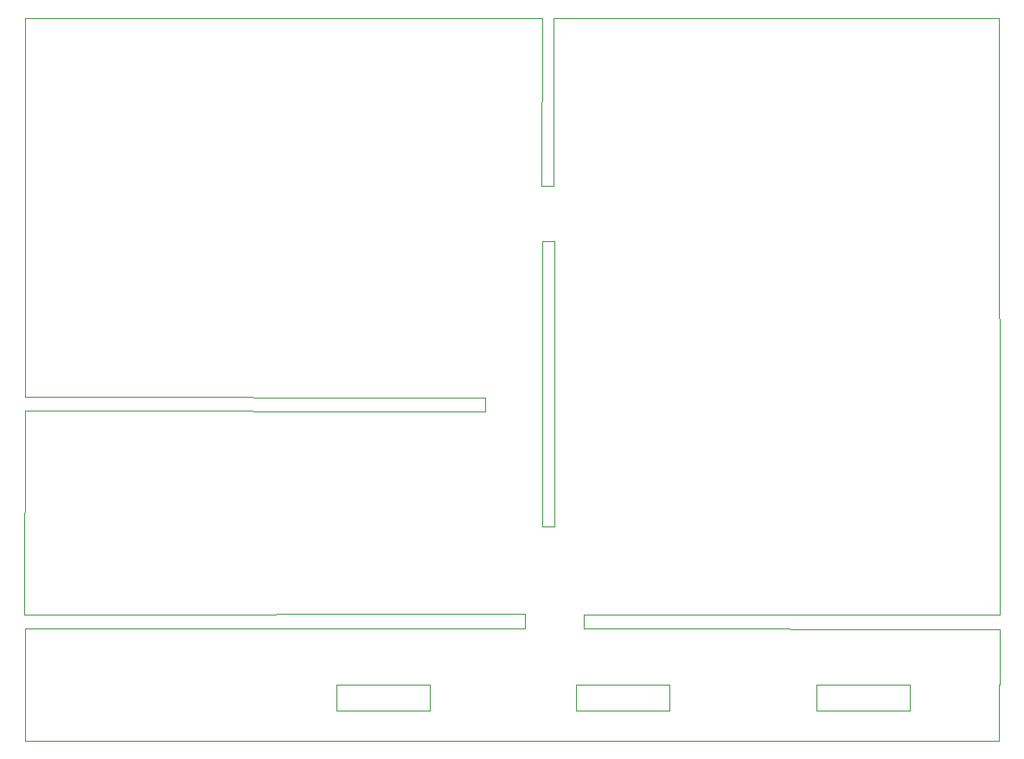
<source format=gbr>
%TF.GenerationSoftware,KiCad,Pcbnew,8.0.3*%
%TF.CreationDate,2025-03-22T11:48:59+07:00*%
%TF.ProjectId,ES32_SmartBox,45533332-5f53-46d6-9172-74426f782e6b,rev?*%
%TF.SameCoordinates,Original*%
%TF.FileFunction,Profile,NP*%
%FSLAX46Y46*%
G04 Gerber Fmt 4.6, Leading zero omitted, Abs format (unit mm)*
G04 Created by KiCad (PCBNEW 8.0.3) date 2025-03-22 11:48:59*
%MOMM*%
%LPD*%
G01*
G04 APERTURE LIST*
%TA.AperFunction,Profile*%
%ADD10C,0.050000*%
%TD*%
G04 APERTURE END LIST*
D10*
X150143400Y-152191400D02*
X159283400Y-152191400D01*
X159283400Y-154691400D01*
X150143400Y-154691400D01*
X150143400Y-152191400D01*
X123225000Y-103324600D02*
X124425000Y-103324600D01*
X124434600Y-86918800D01*
X168030000Y-86910800D01*
X168046400Y-145338800D01*
X127355600Y-145288000D01*
X127355600Y-146685000D01*
X168046400Y-146735800D01*
X168030000Y-157670800D01*
X72630000Y-157670800D01*
X72644000Y-146685000D01*
X121640600Y-146659600D01*
X121640600Y-145262600D01*
X72618600Y-145288000D01*
X72630000Y-125349000D01*
X117729000Y-125425200D01*
X117729000Y-124079000D01*
X72644000Y-124028200D01*
X72630000Y-86910800D01*
X123266200Y-86893400D01*
X123225000Y-103324600D01*
X126634700Y-152191400D02*
X135774700Y-152191400D01*
X135774700Y-154691400D01*
X126634700Y-154691400D01*
X126634700Y-152191400D01*
X123275800Y-108737400D02*
X124475800Y-108737400D01*
X124475800Y-136725600D01*
X123275800Y-136725600D01*
X123275800Y-108737400D01*
X103126000Y-152191400D02*
X112266000Y-152191400D01*
X112266000Y-154691400D01*
X103126000Y-154691400D01*
X103126000Y-152191400D01*
M02*

</source>
